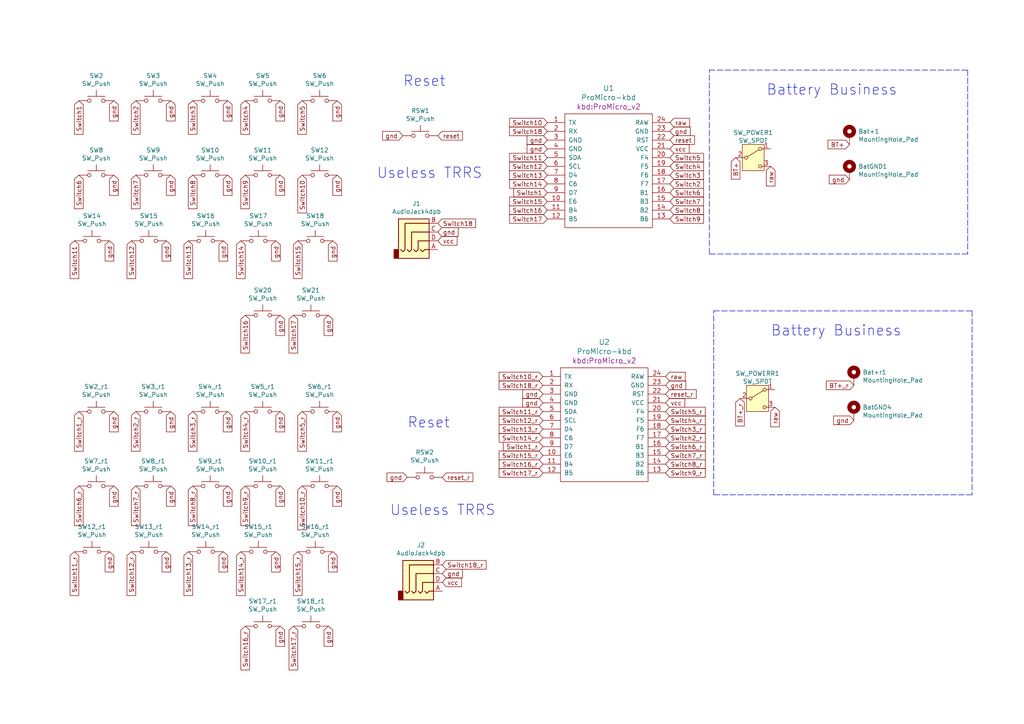
<source format=kicad_sch>
(kicad_sch (version 20250114) (generator "eeschema") (generator_version "9.0")
  (paper "A4")
  (title_block (title "Sweep V2") (date "2021-03-10") (rev "0.1") (company "broomlabs"))
  (lib_symbols
    (symbol "Mechanical:MountingHole_Pad" (pin_numbers (hide yes)) (pin_names (offset 1.016) (hide yes)) (in_bom no)
      (property "Reference" "H" (at 0 6.35 0))
      (property "Value" "MountingHole_Pad" (at 0 4.445 0))
      (symbol "MountingHole_Pad_0_1"
        (circle (center 0 1.27) (radius 1.27) (stroke (width 1.27)))
      )
      (symbol "MountingHole_Pad_1_1"
        (pin input line (at 0 -2.54 90) (length 2.54) (name "1") (number "1"))
      )
    )
    (symbol "Switch:SW_Push" (pin_numbers (hide yes)) (pin_names (offset 1.016) (hide yes))
      (property "Reference" "SW" (at 1.27 2.54 0))
      (property "Value" "SW_Push" (at 0 -1.524 0))
      (symbol "SW_Push_0_1"
        (circle (center -2.032 0) (radius 0.508))
        (polyline (pts (xy 0 1.27) (xy 0 3.048)))
        (circle (center 2.032 0) (radius 0.508))
        (polyline (pts (xy 2.54 1.27) (xy -2.54 1.27)))
        (pin passive line (at -5.08 0 0) (length 2.54) (name "1") (number "1"))
        (pin passive line (at 5.08 0 180) (length 2.54) (name "2") (number "2"))
      )
    )
    (symbol "Switch:SW_SPDT" (pin_names (offset 0) (hide yes))
      (property "Reference" "SW" (at 0 5.08 0))
      (property "Value" "SW_SPDT" (at 0 -5.08 0))
      (symbol "SW_SPDT_0_1"
        (circle (center -2.032 0) (radius 0.4572))
        (polyline (pts (xy -1.651 0.254) (xy 1.651 2.286)))
        (circle (center 2.032 2.54) (radius 0.4572))
        (circle (center 2.032 -2.54) (radius 0.4572))
      )
      (symbol "SW_SPDT_1_1"
        (rectangle (start -3.175 3.81) (end 3.175 -3.81) (fill (type background)))
        (pin passive line (at -5.08 0 0) (length 2.54) (name "B") (number "2"))
        (pin passive line (at 5.08 2.54 180) (length 2.54) (name "A") (number "1"))
        (pin passive line (at 5.08 -2.54 180) (length 2.54) (name "C") (number "3"))
      )
    )
    (symbol "sweepv2-rescue:ProMicro-kbd-bigblackpill-34key-rescue" (pin_names (offset 1.016))
      (property "Reference" "U" (at 0 24.13 0))
      (property "Value" "sweepv2-rescue_ProMicro-kbd-bigblackpill-34key-rescue" (at 0 -13.97 0))
      (symbol "ProMicro-kbd-bigblackpill-34key-rescue_0_1"
        (rectangle (start -12.7 21.59) (end 12.7 -11.43))
      )
      (symbol "ProMicro-kbd-bigblackpill-34key-rescue_1_1"
        (pin bidirectional line (at -17.78 19.05 0) (length 5.08) (name "TX") (number "1"))
        (pin bidirectional line (at -17.78 16.51 0) (length 5.08) (name "RX") (number "2"))
        (pin power_in line (at -17.78 13.97 0) (length 5.08) (name "GND") (number "3"))
        (pin power_in line (at -17.78 11.43 0) (length 5.08) (name "GND") (number "4"))
        (pin bidirectional line (at -17.78 8.89 0) (length 5.08) (name "SDA") (number "5"))
        (pin bidirectional line (at -17.78 6.35 0) (length 5.08) (name "SCL") (number "6"))
        (pin bidirectional line (at -17.78 3.81 0) (length 5.08) (name "D4") (number "7"))
        (pin bidirectional line (at -17.78 1.27 0) (length 5.08) (name "C6") (number "8"))
        (pin bidirectional line (at -17.78 -1.27 0) (length 5.08) (name "D7") (number "9"))
        (pin bidirectional line (at -17.78 -3.81 0) (length 5.08) (name "E6") (number "10"))
        (pin bidirectional line (at -17.78 -6.35 0) (length 5.08) (name "B4") (number "11"))
        (pin bidirectional line (at -17.78 -8.89 0) (length 5.08) (name "B5") (number "12"))
        (pin power_out line (at 17.78 19.05 180) (length 5.08) (name "RAW") (number "24"))
        (pin power_in line (at 17.78 16.51 180) (length 5.08) (name "GND") (number "23"))
        (pin input line (at 17.78 13.97 180) (length 5.08) (name "RST") (number "22"))
        (pin power_in line (at 17.78 11.43 180) (length 5.08) (name "VCC") (number "21"))
        (pin bidirectional line (at 17.78 8.89 180) (length 5.08) (name "F4") (number "20"))
        (pin bidirectional line (at 17.78 6.35 180) (length 5.08) (name "F5") (number "19"))
        (pin bidirectional line (at 17.78 3.81 180) (length 5.08) (name "F6") (number "18"))
        (pin bidirectional line (at 17.78 1.27 180) (length 5.08) (name "F7") (number "17"))
        (pin bidirectional line (at 17.78 -1.27 180) (length 5.08) (name "B1") (number "16"))
        (pin bidirectional line (at 17.78 -3.81 180) (length 5.08) (name "B3") (number "15"))
        (pin bidirectional line (at 17.78 -6.35 180) (length 5.08) (name "B2") (number "14"))
        (pin bidirectional line (at 17.78 -8.89 180) (length 5.08) (name "B6") (number "13"))
      )
    )
    (symbol "tokas_bp:AudioJack4dpb"
      (property "Reference" "J" (at 0 8.89 0))
      (property "Value" "tokas_bp_AudioJack4dpb" (at 0 6.35 0))
      (symbol "AudioJack4dpb_0_1"
        (rectangle (start -6.35 -5.08) (end -7.62 -7.62) (stroke (width 0.254)) (fill (type outline)))
        (polyline (pts (xy -5.715 -5.08) (xy -5.08 -5.715) (xy -4.445 -5.08) (xy -4.445 2.54) (xy 2.54 2.54)) (stroke (width 0.254)))
        (polyline (pts (xy -1.905 -5.08) (xy -1.27 -5.715) (xy -0.635 -5.08) (xy -0.635 -2.54) (xy 2.54 -2.54)) (stroke (width 0.254)))
        (polyline (pts (xy 0 -5.08) (xy 0.635 -5.715) (xy 1.27 -5.08) (xy 2.54 -5.08)) (stroke (width 0.254)))
        (rectangle (start 2.54 3.81) (end -6.35 -7.62) (stroke (width 0.254)) (fill (type background)))
        (polyline (pts (xy 2.54 0) (xy -2.54 0) (xy -2.54 -5.08) (xy -3.175 -5.715) (xy -3.81 -5.08)) (stroke (width 0.254)))
      )
      (symbol "AudioJack4dpb_1_1"
        (pin passive line (at 5.08 2.54 180) (length 2.54) (name "~") (number "B"))
        (pin passive line (at 5.08 0 180) (length 2.54) (name "~") (number "C"))
        (pin passive line (at 5.08 -2.54 180) (length 2.54) (name "~") (number "D"))
        (pin passive line (at 5.08 -5.08 180) (length 2.54) (name "~") (number "A"))
      )
    )
  )
  (text "Useless TRRS\n" (at 113.03 149.86 0) (effects (font (size 2.9972 2.9972)) (justify left bottom)))
  (text "Reset" (at 116.84 25.4 0) (effects (font (size 2.9972 2.9972)) (justify left bottom)))
  (text "Battery Business" (at 223.52 97.79 0) (effects (font (size 2.9972 2.9972)) (justify left bottom)))
  (text "Reset" (at 118.11 124.46 0) (effects (font (size 2.9972 2.9972)) (justify left bottom)))
  (text "Battery Business" (at 222.25 27.94 0) (effects (font (size 2.9972 2.9972)) (justify left bottom)))
  (text "Useless TRRS\n" (at 109.22 52.07 0) (effects (font (size 2.9972 2.9972)) (justify left bottom)))
  (polyline (pts (xy 280.67 20.32) (xy 280.67 73.66)) (stroke (width 0) (type dash)))
  (polyline (pts (xy 281.94 143.51) (xy 207.01 143.51)) (stroke (width 0) (type dash)))
  (polyline (pts (xy 205.74 20.32) (xy 280.67 20.32)) (stroke (width 0) (type dash)))
  (polyline (pts (xy 281.94 90.17) (xy 281.94 143.51)) (stroke (width 0) (type dash)))
  (polyline (pts (xy 207.01 90.17) (xy 281.94 90.17)) (stroke (width 0) (type dash)))
  (polyline (pts (xy 280.67 73.66) (xy 205.74 73.66)) (stroke (width 0) (type dash)))
  (polyline (pts (xy 205.74 73.66) (xy 205.74 20.32)) (stroke (width 0) (type dash)))
  (polyline (pts (xy 207.01 143.51) (xy 207.01 90.17)) (stroke (width 0) (type dash)))
  (global_label "Switch2_r" (shape input) (at 193.04 127 0) (property "Intersheetrefs" "${INTERSHEET_REFS}" (effects (hide yes))))
  (global_label "gnd" (shape input) (at 158.75 43.18 180) (property "Intersheetrefs" "${INTERSHEET_REFS}" (effects (hide yes))))
  (global_label "Switch14" (shape input) (at 158.75 53.34 180) (property "Intersheetrefs" "${INTERSHEET_REFS}" (effects (hide yes))))
  (global_label "gnd" (shape input) (at 66.04 119.38 270) (property "Intersheetrefs" "${INTERSHEET_REFS}" (effects (hide yes))))
  (global_label "gnd" (shape input) (at 194.31 38.1 0) (property "Intersheetrefs" "${INTERSHEET_REFS}" (effects (hide yes))))
  (global_label "Switch6_r" (shape input) (at 193.04 129.54 0) (property "Intersheetrefs" "${INTERSHEET_REFS}" (effects (hide yes))))
  (global_label "Switch1_r" (shape input) (at 22.86 119.38 270) (property "Intersheetrefs" "${INTERSHEET_REFS}" (effects (hide yes))))
  (global_label "Switch13_r" (shape input) (at 157.48 124.46 180) (property "Intersheetrefs" "${INTERSHEET_REFS}" (effects (hide yes))))
  (global_label "gnd" (shape input) (at 80.01 160.02 270) (property "Intersheetrefs" "${INTERSHEET_REFS}" (effects (hide yes))))
  (global_label "Switch12_r" (shape input) (at 38.1 160.02 270) (property "Intersheetrefs" "${INTERSHEET_REFS}" (effects (hide yes))))
  (global_label "Switch13_r" (shape input) (at 54.61 160.02 270) (property "Intersheetrefs" "${INTERSHEET_REFS}" (effects (hide yes))))
  (global_label "Switch15_r" (shape input) (at 86.36 160.02 270) (property "Intersheetrefs" "${INTERSHEET_REFS}" (effects (hide yes))))
  (global_label "gnd" (shape input) (at 64.77 160.02 270) (property "Intersheetrefs" "${INTERSHEET_REFS}" (effects (hide yes))))
  (global_label "gnd" (shape input) (at 118.11 138.43 180) (property "Intersheetrefs" "${INTERSHEET_REFS}" (effects (hide yes))))
  (global_label "BT+_r" (shape input) (at 247.65 111.76 180) (property "Intersheetrefs" "${INTERSHEET_REFS}" (effects (hide yes))))
  (global_label "Switch10_r" (shape input) (at 87.63 140.97 270) (property "Intersheetrefs" "${INTERSHEET_REFS}" (effects (hide yes))))
  (global_label "Switch8" (shape input) (at 55.88 50.8 270) (property "Intersheetrefs" "${INTERSHEET_REFS}" (effects (hide yes))))
  (global_label "Switch12" (shape input) (at 38.1 69.85 270) (property "Intersheetrefs" "${INTERSHEET_REFS}" (effects (hide yes))))
  (global_label "gnd" (shape input) (at 128.27 166.37 0) (property "Intersheetrefs" "${INTERSHEET_REFS}" (effects (hide yes))))
  (global_label "Switch7_r" (shape input) (at 193.04 132.08 0) (property "Intersheetrefs" "${INTERSHEET_REFS}" (effects (hide yes))))
  (global_label "Switch17" (shape input) (at 85.09 91.44 270) (property "Intersheetrefs" "${INTERSHEET_REFS}" (effects (hide yes))))
  (global_label "Switch7_r" (shape input) (at 39.37 140.97 270) (property "Intersheetrefs" "${INTERSHEET_REFS}" (effects (hide yes))))
  (global_label "gnd" (shape input) (at 33.02 50.8 270) (property "Intersheetrefs" "${INTERSHEET_REFS}" (effects (hide yes))))
  (global_label "Switch16" (shape input) (at 158.75 60.96 180) (property "Intersheetrefs" "${INTERSHEET_REFS}" (effects (hide yes))))
  (global_label "Switch18_r" (shape input) (at 157.48 111.76 180) (property "Intersheetrefs" "${INTERSHEET_REFS}" (effects (hide yes))))
  (global_label "Switch12" (shape input) (at 158.75 48.26 180) (property "Intersheetrefs" "${INTERSHEET_REFS}" (effects (hide yes))))
  (global_label "Switch6_r" (shape input) (at 22.86 140.97 270) (property "Intersheetrefs" "${INTERSHEET_REFS}" (effects (hide yes))))
  (global_label "Switch9" (shape input) (at 71.12 50.8 270) (property "Intersheetrefs" "${INTERSHEET_REFS}" (effects (hide yes))))
  (global_label "gnd" (shape input) (at 116.84 39.37 180) (property "Intersheetrefs" "${INTERSHEET_REFS}" (effects (hide yes))))
  (global_label "Switch16_r" (shape input) (at 157.48 134.62 180) (property "Intersheetrefs" "${INTERSHEET_REFS}" (effects (hide yes))))
  (global_label "Switch8_r" (shape input) (at 193.04 134.62 0) (property "Intersheetrefs" "${INTERSHEET_REFS}" (effects (hide yes))))
  (global_label "Switch2" (shape input) (at 39.37 29.21 270) (property "Intersheetrefs" "${INTERSHEET_REFS}" (effects (hide yes))))
  (global_label "Switch17_r" (shape input) (at 85.09 181.61 270) (property "Intersheetrefs" "${INTERSHEET_REFS}" (effects (hide yes))))
  (global_label "gnd" (shape input) (at 81.28 181.61 270) (property "Intersheetrefs" "${INTERSHEET_REFS}" (effects (hide yes))))
  (global_label "gnd" (shape input) (at 33.02 140.97 270) (property "Intersheetrefs" "${INTERSHEET_REFS}" (effects (hide yes))))
  (global_label "Switch6" (shape input) (at 194.31 55.88 0) (property "Intersheetrefs" "${INTERSHEET_REFS}" (effects (hide yes))))
  (global_label "vcc" (shape input) (at 194.31 43.18 0) (property "Intersheetrefs" "${INTERSHEET_REFS}" (effects (hide yes))))
  (global_label "raw" (shape input) (at 194.31 35.56 0) (property "Intersheetrefs" "${INTERSHEET_REFS}" (effects (hide yes))))
  (global_label "Switch14_r" (shape input) (at 157.48 127 180) (property "Intersheetrefs" "${INTERSHEET_REFS}" (effects (hide yes))))
  (global_label "gnd" (shape input) (at 97.79 29.21 270) (property "Intersheetrefs" "${INTERSHEET_REFS}" (effects (hide yes))))
  (global_label "gnd" (shape input) (at 96.52 69.85 270) (property "Intersheetrefs" "${INTERSHEET_REFS}" (effects (hide yes))))
  (global_label "gnd" (shape input) (at 246.38 52.07 180) (property "Intersheetrefs" "${INTERSHEET_REFS}" (effects (hide yes))))
  (global_label "raw" (shape input) (at 223.52 48.26 270) (property "Intersheetrefs" "${INTERSHEET_REFS}" (effects (hide yes))))
  (global_label "gnd" (shape input) (at 81.28 50.8 270) (property "Intersheetrefs" "${INTERSHEET_REFS}" (effects (hide yes))))
  (global_label "Switch7" (shape input) (at 39.37 50.8 270) (property "Intersheetrefs" "${INTERSHEET_REFS}" (effects (hide yes))))
  (global_label "Switch5_r" (shape input) (at 87.63 119.38 270) (property "Intersheetrefs" "${INTERSHEET_REFS}" (effects (hide yes))))
  (global_label "gnd" (shape input) (at 81.28 119.38 270) (property "Intersheetrefs" "${INTERSHEET_REFS}" (effects (hide yes))))
  (global_label "Switch4_r" (shape input) (at 71.12 119.38 270) (property "Intersheetrefs" "${INTERSHEET_REFS}" (effects (hide yes))))
  (global_label "vcc" (shape input) (at 193.04 116.84 0) (property "Intersheetrefs" "${INTERSHEET_REFS}" (effects (hide yes))))
  (global_label "Switch4_r" (shape input) (at 193.04 121.92 0) (property "Intersheetrefs" "${INTERSHEET_REFS}" (effects (hide yes))))
  (global_label "reset_r" (shape input) (at 193.04 114.3 0) (property "Intersheetrefs" "${INTERSHEET_REFS}" (effects (hide yes))))
  (global_label "Switch2" (shape input) (at 194.31 53.34 0) (property "Intersheetrefs" "${INTERSHEET_REFS}" (effects (hide yes))))
  (global_label "gnd" (shape input) (at 49.53 119.38 270) (property "Intersheetrefs" "${INTERSHEET_REFS}" (effects (hide yes))))
  (global_label "Switch15" (shape input) (at 86.36 69.85 270) (property "Intersheetrefs" "${INTERSHEET_REFS}" (effects (hide yes))))
  (global_label "Switch5_r" (shape input) (at 193.04 119.38 0) (property "Intersheetrefs" "${INTERSHEET_REFS}" (effects (hide yes))))
  (global_label "BT+" (shape input) (at 246.38 41.91 180) (property "Intersheetrefs" "${INTERSHEET_REFS}" (effects (hide yes))))
  (global_label "Switch13" (shape input) (at 54.61 69.85 270) (property "Intersheetrefs" "${INTERSHEET_REFS}" (effects (hide yes))))
  (global_label "Switch11_r" (shape input) (at 157.48 119.38 180) (property "Intersheetrefs" "${INTERSHEET_REFS}" (effects (hide yes))))
  (global_label "Switch18_r" (shape input) (at 128.27 163.83 0) (property "Intersheetrefs" "${INTERSHEET_REFS}" (effects (hide yes))))
  (global_label "gnd" (shape input) (at 157.48 114.3 180) (property "Intersheetrefs" "${INTERSHEET_REFS}" (effects (hide yes))))
  (global_label "gnd" (shape input) (at 33.02 119.38 270) (property "Intersheetrefs" "${INTERSHEET_REFS}" (effects (hide yes))))
  (global_label "Switch9_r" (shape input) (at 193.04 137.16 0) (property "Intersheetrefs" "${INTERSHEET_REFS}" (effects (hide yes))))
  (global_label "gnd" (shape input) (at 64.77 69.85 270) (property "Intersheetrefs" "${INTERSHEET_REFS}" (effects (hide yes))))
  (global_label "gnd" (shape input) (at 127 67.31 0) (property "Intersheetrefs" "${INTERSHEET_REFS}" (effects (hide yes))))
  (global_label "gnd" (shape input) (at 49.53 50.8 270) (property "Intersheetrefs" "${INTERSHEET_REFS}" (effects (hide yes))))
  (global_label "gnd" (shape input) (at 31.75 69.85 270) (property "Intersheetrefs" "${INTERSHEET_REFS}" (effects (hide yes))))
  (global_label "Switch14_r" (shape input) (at 69.85 160.02 270) (property "Intersheetrefs" "${INTERSHEET_REFS}" (effects (hide yes))))
  (global_label "raw" (shape input) (at 193.04 109.22 0) (property "Intersheetrefs" "${INTERSHEET_REFS}" (effects (hide yes))))
  (global_label "Switch7" (shape input) (at 194.31 58.42 0) (property "Intersheetrefs" "${INTERSHEET_REFS}" (effects (hide yes))))
  (global_label "Switch16_r" (shape input) (at 71.12 181.61 270) (property "Intersheetrefs" "${INTERSHEET_REFS}" (effects (hide yes))))
  (global_label "reset" (shape input) (at 127 39.37 0) (property "Intersheetrefs" "${INTERSHEET_REFS}" (effects (hide yes))))
  (global_label "Switch10_r" (shape input) (at 157.48 109.22 180) (property "Intersheetrefs" "${INTERSHEET_REFS}" (effects (hide yes))))
  (global_label "Switch14" (shape input) (at 69.85 69.85 270) (property "Intersheetrefs" "${INTERSHEET_REFS}" (effects (hide yes))))
  (global_label "Switch13" (shape input) (at 158.75 50.8 180) (property "Intersheetrefs" "${INTERSHEET_REFS}" (effects (hide yes))))
  (global_label "Switch1_r" (shape input) (at 157.48 129.54 180) (property "Intersheetrefs" "${INTERSHEET_REFS}" (effects (hide yes))))
  (global_label "gnd" (shape input) (at 97.79 140.97 270) (property "Intersheetrefs" "${INTERSHEET_REFS}" (effects (hide yes))))
  (global_label "BT+_r" (shape input) (at 214.63 115.57 270) (property "Intersheetrefs" "${INTERSHEET_REFS}" (effects (hide yes))))
  (global_label "gnd" (shape input) (at 80.01 69.85 270) (property "Intersheetrefs" "${INTERSHEET_REFS}" (effects (hide yes))))
  (global_label "Switch11" (shape input) (at 21.59 69.85 270) (property "Intersheetrefs" "${INTERSHEET_REFS}" (effects (hide yes))))
  (global_label "gnd" (shape input) (at 49.53 29.21 270) (property "Intersheetrefs" "${INTERSHEET_REFS}" (effects (hide yes))))
  (global_label "gnd" (shape input) (at 33.02 29.21 270) (property "Intersheetrefs" "${INTERSHEET_REFS}" (effects (hide yes))))
  (global_label "gnd" (shape input) (at 158.75 40.64 180) (property "Intersheetrefs" "${INTERSHEET_REFS}" (effects (hide yes))))
  (global_label "gnd" (shape input) (at 49.53 140.97 270) (property "Intersheetrefs" "${INTERSHEET_REFS}" (effects (hide yes))))
  (global_label "Switch8_r" (shape input) (at 55.88 140.97 270) (property "Intersheetrefs" "${INTERSHEET_REFS}" (effects (hide yes))))
  (global_label "Switch6" (shape input) (at 22.86 50.8 270) (property "Intersheetrefs" "${INTERSHEET_REFS}" (effects (hide yes))))
  (global_label "Switch15" (shape input) (at 158.75 58.42 180) (property "Intersheetrefs" "${INTERSHEET_REFS}" (effects (hide yes))))
  (global_label "gnd" (shape input) (at 193.04 111.76 0) (property "Intersheetrefs" "${INTERSHEET_REFS}" (effects (hide yes))))
  (global_label "reset_r" (shape input) (at 128.27 138.43 0) (property "Intersheetrefs" "${INTERSHEET_REFS}" (effects (hide yes))))
  (global_label "gnd" (shape input) (at 81.28 91.44 270) (property "Intersheetrefs" "${INTERSHEET_REFS}" (effects (hide yes))))
  (global_label "Switch16" (shape input) (at 71.12 91.44 270) (property "Intersheetrefs" "${INTERSHEET_REFS}" (effects (hide yes))))
  (global_label "BT+" (shape input) (at 213.36 45.72 270) (property "Intersheetrefs" "${INTERSHEET_REFS}" (effects (hide yes))))
  (global_label "Switch18" (shape input) (at 158.75 38.1 180) (property "Intersheetrefs" "${INTERSHEET_REFS}" (effects (hide yes))))
  (global_label "vcc" (shape input) (at 128.27 168.91 0) (property "Intersheetrefs" "${INTERSHEET_REFS}" (effects (hide yes))))
  (global_label "Switch12_r" (shape input) (at 157.48 121.92 180) (property "Intersheetrefs" "${INTERSHEET_REFS}" (effects (hide yes))))
  (global_label "Switch5" (shape input) (at 194.31 45.72 0) (property "Intersheetrefs" "${INTERSHEET_REFS}" (effects (hide yes))))
  (global_label "Switch3_r" (shape input) (at 55.88 119.38 270) (property "Intersheetrefs" "${INTERSHEET_REFS}" (effects (hide yes))))
  (global_label "gnd" (shape input) (at 66.04 140.97 270) (property "Intersheetrefs" "${INTERSHEET_REFS}" (effects (hide yes))))
  (global_label "Switch15_r" (shape input) (at 157.48 132.08 180) (property "Intersheetrefs" "${INTERSHEET_REFS}" (effects (hide yes))))
  (global_label "Switch10" (shape input) (at 158.75 35.56 180) (property "Intersheetrefs" "${INTERSHEET_REFS}" (effects (hide yes))))
  (global_label "Switch4" (shape input) (at 194.31 48.26 0) (property "Intersheetrefs" "${INTERSHEET_REFS}" (effects (hide yes))))
  (global_label "Switch5" (shape input) (at 87.63 29.21 270) (property "Intersheetrefs" "${INTERSHEET_REFS}" (effects (hide yes))))
  (global_label "gnd" (shape input) (at 96.52 160.02 270) (property "Intersheetrefs" "${INTERSHEET_REFS}" (effects (hide yes))))
  (global_label "gnd" (shape input) (at 66.04 29.21 270) (property "Intersheetrefs" "${INTERSHEET_REFS}" (effects (hide yes))))
  (global_label "Switch17_r" (shape input) (at 157.48 137.16 180) (property "Intersheetrefs" "${INTERSHEET_REFS}" (effects (hide yes))))
  (global_label "gnd" (shape input) (at 48.26 160.02 270) (property "Intersheetrefs" "${INTERSHEET_REFS}" (effects (hide yes))))
  (global_label "gnd" (shape input) (at 81.28 140.97 270) (property "Intersheetrefs" "${INTERSHEET_REFS}" (effects (hide yes))))
  (global_label "Switch3" (shape input) (at 55.88 29.21 270) (property "Intersheetrefs" "${INTERSHEET_REFS}" (effects (hide yes))))
  (global_label "Switch10" (shape input) (at 87.63 50.8 270) (property "Intersheetrefs" "${INTERSHEET_REFS}" (effects (hide yes))))
  (global_label "Switch9" (shape input) (at 194.31 63.5 0) (property "Intersheetrefs" "${INTERSHEET_REFS}" (effects (hide yes))))
  (global_label "gnd" (shape input) (at 97.79 119.38 270) (property "Intersheetrefs" "${INTERSHEET_REFS}" (effects (hide yes))))
  (global_label "Switch9_r" (shape input) (at 71.12 140.97 270) (property "Intersheetrefs" "${INTERSHEET_REFS}" (effects (hide yes))))
  (global_label "gnd" (shape input) (at 247.65 121.92 180) (property "Intersheetrefs" "${INTERSHEET_REFS}" (effects (hide yes))))
  (global_label "Switch18" (shape input) (at 127 64.77 0) (property "Intersheetrefs" "${INTERSHEET_REFS}" (effects (hide yes))))
  (global_label "raw" (shape input) (at 224.79 118.11 270) (property "Intersheetrefs" "${INTERSHEET_REFS}" (effects (hide yes))))
  (global_label "Switch11_r" (shape input) (at 21.59 160.02 270) (property "Intersheetrefs" "${INTERSHEET_REFS}" (effects (hide yes))))
  (global_label "Switch4" (shape input) (at 71.12 29.21 270) (property "Intersheetrefs" "${INTERSHEET_REFS}" (effects (hide yes))))
  (global_label "gnd" (shape input) (at 95.25 91.44 270) (property "Intersheetrefs" "${INTERSHEET_REFS}" (effects (hide yes))))
  (global_label "Switch11" (shape input) (at 158.75 45.72 180) (property "Intersheetrefs" "${INTERSHEET_REFS}" (effects (hide yes))))
  (global_label "Switch1" (shape input) (at 22.86 29.21 270) (property "Intersheetrefs" "${INTERSHEET_REFS}" (effects (hide yes))))
  (global_label "gnd" (shape input) (at 97.79 50.8 270) (property "Intersheetrefs" "${INTERSHEET_REFS}" (effects (hide yes))))
  (global_label "gnd" (shape input) (at 81.28 29.21 270) (property "Intersheetrefs" "${INTERSHEET_REFS}" (effects (hide yes))))
  (global_label "Switch1" (shape input) (at 158.75 55.88 180) (property "Intersheetrefs" "${INTERSHEET_REFS}" (effects (hide yes))))
  (global_label "gnd" (shape input) (at 157.48 116.84 180) (property "Intersheetrefs" "${INTERSHEET_REFS}" (effects (hide yes))))
  (global_label "gnd" (shape input) (at 31.75 160.02 270) (property "Intersheetrefs" "${INTERSHEET_REFS}" (effects (hide yes))))
  (global_label "gnd" (shape input) (at 48.26 69.85 270) (property "Intersheetrefs" "${INTERSHEET_REFS}" (effects (hide yes))))
  (global_label "Switch3_r" (shape input) (at 193.04 124.46 0) (property "Intersheetrefs" "${INTERSHEET_REFS}" (effects (hide yes))))
  (global_label "Switch17" (shape input) (at 158.75 63.5 180) (property "Intersheetrefs" "${INTERSHEET_REFS}" (effects (hide yes))))
  (global_label "Switch8" (shape input) (at 194.31 60.96 0) (property "Intersheetrefs" "${INTERSHEET_REFS}" (effects (hide yes))))
  (global_label "gnd" (shape input) (at 95.25 181.61 270) (property "Intersheetrefs" "${INTERSHEET_REFS}" (effects (hide yes))))
  (global_label "reset" (shape input) (at 194.31 40.64 0) (property "Intersheetrefs" "${INTERSHEET_REFS}" (effects (hide yes))))
  (global_label "Switch2_r" (shape input) (at 39.37 119.38 270) (property "Intersheetrefs" "${INTERSHEET_REFS}" (effects (hide yes))))
  (global_label "vcc" (shape input) (at 127 69.85 0) (property "Intersheetrefs" "${INTERSHEET_REFS}" (effects (hide yes))))
  (global_label "gnd" (shape input) (at 66.04 50.8 270) (property "Intersheetrefs" "${INTERSHEET_REFS}" (effects (hide yes))))
  (global_label "Switch3" (shape input) (at 194.31 50.8 0) (property "Intersheetrefs" "${INTERSHEET_REFS}" (effects (hide yes))))
  (symbol (lib_id "Mechanical:MountingHole_Pad") (at 246.38 39.37 0) (unit 1)
    (property "Reference" "Bat+1" (at 248.92 38.1254 0) (effects (justify left)))
    (property "Value" "MountingHole_Pad" (at 248.92 40.4368 0) (effects (justify left)))
    (property "Footprint" "kbd:1pin_conn" (effects (hide yes)))
  )
  (symbol (lib_id "Mechanical:MountingHole_Pad") (at 246.38 49.53 0) (unit 1)
    (property "Reference" "BatGND1" (at 248.92 48.2854 0) (effects (justify left)))
    (property "Value" "MountingHole_Pad" (at 248.92 50.5968 0) (effects (justify left)))
    (property "Footprint" "kbd:1pin_conn" (effects (hide yes)))
  )
  (symbol (lib_id "sweepv2-rescue:ProMicro-kbd-bigblackpill-34key-rescue") (at 176.53 54.61 0) (unit 1)
    (property "Reference" "U1" (at 176.53 25.5778 0) (effects (font (size 1.524 1.524))))
    (property "Value" "ProMicro-kbd" (at 176.53 28.2702 0) (effects (font (size 1.524 1.524))))
    (property "Footprint" "kbd:ProMicro_v2" (at 176.53 30.9626 0) (effects (font (size 1.524 1.524))))
  )
  (symbol (lib_id "Switch:SW_Push") (at 27.94 29.21 0) (unit 1)
    (property "Reference" "SW2" (at 27.94 21.971 0))
    (property "Value" "SW_Push" (at 27.94 24.2824 0))
    (property "Footprint" "Kailh:SW_PG1350_rev_DPB" (effects (hide yes)))
  )
  (symbol (lib_id "Switch:SW_Push") (at 44.45 29.21 0) (unit 1)
    (property "Reference" "SW3" (at 44.45 21.971 0))
    (property "Value" "SW_Push" (at 44.45 24.2824 0))
    (property "Footprint" "Kailh:SW_PG1350_rev_DPB" (effects (hide yes)))
  )
  (symbol (lib_id "Switch:SW_Push") (at 60.96 29.21 0) (unit 1)
    (property "Reference" "SW4" (at 60.96 21.971 0))
    (property "Value" "SW_Push" (at 60.96 24.2824 0))
    (property "Footprint" "Kailh:SW_PG1350_rev_DPB" (effects (hide yes)))
  )
  (symbol (lib_id "Switch:SW_Push") (at 76.2 29.21 0) (unit 1)
    (property "Reference" "SW5" (at 76.2 21.971 0))
    (property "Value" "SW_Push" (at 76.2 24.2824 0))
    (property "Footprint" "Kailh:SW_PG1350_rev_DPB" (effects (hide yes)))
  )
  (symbol (lib_id "Switch:SW_Push") (at 92.71 29.21 0) (unit 1)
    (property "Reference" "SW6" (at 92.71 21.971 0))
    (property "Value" "SW_Push" (at 92.71 24.2824 0))
    (property "Footprint" "Kailh:SW_PG1350_rev_DPB" (effects (hide yes)))
  )
  (symbol (lib_id "Switch:SW_Push") (at 76.2 91.44 0) (unit 1)
    (property "Reference" "SW20" (at 76.2 84.201 0))
    (property "Value" "SW_Push" (at 76.2 86.5124 0))
    (property "Footprint" "Kailh:SW_PG1350_rev_DPB" (effects (hide yes)))
  )
  (symbol (lib_id "Switch:SW_Push") (at 90.17 91.44 0) (unit 1)
    (property "Reference" "SW21" (at 90.17 84.201 0))
    (property "Value" "SW_Push" (at 90.17 86.5124 0))
    (property "Footprint" "Kailh:SW_PG1350_rev_DPB" (effects (hide yes)))
  )
  (symbol (lib_id "Switch:SW_Push") (at 27.94 50.8 0) (unit 1)
    (property "Reference" "SW8" (at 27.94 43.561 0))
    (property "Value" "SW_Push" (at 27.94 45.8724 0))
    (property "Footprint" "Kailh:SW_PG1350_rev_DPB" (effects (hide yes)))
  )
  (symbol (lib_id "Switch:SW_Push") (at 44.45 50.8 0) (unit 1)
    (property "Reference" "SW9" (at 44.45 43.561 0))
    (property "Value" "SW_Push" (at 44.45 45.8724 0))
    (property "Footprint" "Kailh:SW_PG1350_rev_DPB" (effects (hide yes)))
  )
  (symbol (lib_id "Switch:SW_Push") (at 60.96 50.8 0) (unit 1)
    (property "Reference" "SW10" (at 60.96 43.561 0))
    (property "Value" "SW_Push" (at 60.96 45.8724 0))
    (property "Footprint" "Kailh:SW_PG1350_rev_DPB" (effects (hide yes)))
  )
  (symbol (lib_id "Switch:SW_Push") (at 76.2 50.8 0) (unit 1)
    (property "Reference" "SW11" (at 76.2 43.561 0))
    (property "Value" "SW_Push" (at 76.2 45.8724 0))
    (property "Footprint" "Kailh:SW_PG1350_rev_DPB" (effects (hide yes)))
  )
  (symbol (lib_id "Switch:SW_Push") (at 92.71 50.8 0) (unit 1)
    (property "Reference" "SW12" (at 92.71 43.561 0))
    (property "Value" "SW_Push" (at 92.71 45.8724 0))
    (property "Footprint" "Kailh:SW_PG1350_rev_DPB" (effects (hide yes)))
  )
  (symbol (lib_id "Switch:SW_Push") (at 26.67 69.85 0) (unit 1)
    (property "Reference" "SW14" (at 26.67 62.611 0))
    (property "Value" "SW_Push" (at 26.67 64.9224 0))
    (property "Footprint" "Kailh:SW_PG1350_rev_DPB" (effects (hide yes)))
  )
  (symbol (lib_id "Switch:SW_Push") (at 43.18 69.85 0) (unit 1)
    (property "Reference" "SW15" (at 43.18 62.611 0))
    (property "Value" "SW_Push" (at 43.18 64.9224 0))
    (property "Footprint" "Kailh:SW_PG1350_rev_DPB" (effects (hide yes)))
  )
  (symbol (lib_id "Switch:SW_Push") (at 59.69 69.85 0) (unit 1)
    (property "Reference" "SW16" (at 59.69 62.611 0))
    (property "Value" "SW_Push" (at 59.69 64.9224 0))
    (property "Footprint" "Kailh:SW_PG1350_rev_DPB" (effects (hide yes)))
  )
  (symbol (lib_id "Switch:SW_Push") (at 74.93 69.85 0) (unit 1)
    (property "Reference" "SW17" (at 74.93 62.611 0))
    (property "Value" "SW_Push" (at 74.93 64.9224 0))
    (property "Footprint" "Kailh:SW_PG1350_rev_DPB" (effects (hide yes)))
  )
  (symbol (lib_id "Switch:SW_Push") (at 91.44 69.85 0) (unit 1)
    (property "Reference" "SW18" (at 91.44 62.611 0))
    (property "Value" "SW_Push" (at 91.44 64.9224 0))
    (property "Footprint" "Kailh:SW_PG1350_rev_DPB" (effects (hide yes)))
  )
  (symbol (lib_id "Switch:SW_Push") (at 121.92 39.37 0) (unit 1)
    (property "Reference" "RSW1" (at 121.92 32.131 0))
    (property "Value" "SW_Push" (at 121.92 34.4424 0))
    (property "Footprint" "kbd:ResetSW" (effects (hide yes)))
  )
  (symbol (lib_id "Switch:SW_SPDT") (at 218.44 45.72 0) (unit 1)
    (property "Reference" "SW_POWER1" (at 218.44 38.481 0))
    (property "Value" "SW_SPDT" (at 218.44 40.7924 0))
    (property "Footprint" "Kailh:SPDT_C128955" (effects (hide yes)))
  )
  (symbol (lib_id "tokas_bp:AudioJack4dpb") (at 121.92 67.31 0) (unit 1)
    (property "Reference" "J1" (at 120.8278 59.055 0))
    (property "Value" "AudioJack4dpb" (at 120.8278 61.3664 0))
    (property "Footprint" "kbd:MJ-4PP-9" (effects (hide yes)))
  )
  (symbol (lib_id "Switch:SW_Push") (at 27.94 119.38 0) (unit 1)
    (property "Reference" "SW2_r1" (at 27.94 112.141 0))
    (property "Value" "SW_Push" (at 27.94 114.4524 0))
    (property "Footprint" "Kailh:SW_PG1350_rev_DPB" (effects (hide yes)))
  )
  (symbol (lib_id "Switch:SW_Push") (at 44.45 119.38 0) (unit 1)
    (property "Reference" "SW3_r1" (at 44.45 112.141 0))
    (property "Value" "SW_Push" (at 44.45 114.4524 0))
    (property "Footprint" "Kailh:SW_PG1350_rev_DPB" (effects (hide yes)))
  )
  (symbol (lib_id "Switch:SW_Push") (at 60.96 119.38 0) (unit 1)
    (property "Reference" "SW4_r1" (at 60.96 112.141 0))
    (property "Value" "SW_Push" (at 60.96 114.4524 0))
    (property "Footprint" "Kailh:SW_PG1350_rev_DPB" (effects (hide yes)))
  )
  (symbol (lib_id "Switch:SW_Push") (at 76.2 119.38 0) (unit 1)
    (property "Reference" "SW5_r1" (at 76.2 112.141 0))
    (property "Value" "SW_Push" (at 76.2 114.4524 0))
    (property "Footprint" "Kailh:SW_PG1350_rev_DPB" (effects (hide yes)))
  )
  (symbol (lib_id "Switch:SW_Push") (at 92.71 119.38 0) (unit 1)
    (property "Reference" "SW6_r1" (at 92.71 112.141 0))
    (property "Value" "SW_Push" (at 92.71 114.4524 0))
    (property "Footprint" "Kailh:SW_PG1350_rev_DPB" (effects (hide yes)))
  )
  (symbol (lib_id "Switch:SW_Push") (at 76.2 181.61 0) (unit 1)
    (property "Reference" "SW17_r1" (at 76.2 174.371 0))
    (property "Value" "SW_Push" (at 76.2 176.6824 0))
    (property "Footprint" "Kailh:SW_PG1350_rev_DPB" (effects (hide yes)))
  )
  (symbol (lib_id "Switch:SW_Push") (at 90.17 181.61 0) (unit 1)
    (property "Reference" "SW18_r1" (at 90.17 174.371 0))
    (property "Value" "SW_Push" (at 90.17 176.6824 0))
    (property "Footprint" "Kailh:SW_PG1350_rev_DPB" (effects (hide yes)))
  )
  (symbol (lib_id "Switch:SW_Push") (at 27.94 140.97 0) (unit 1)
    (property "Reference" "SW7_r1" (at 27.94 133.731 0))
    (property "Value" "SW_Push" (at 27.94 136.0424 0))
    (property "Footprint" "Kailh:SW_PG1350_rev_DPB" (effects (hide yes)))
  )
  (symbol (lib_id "Switch:SW_Push") (at 44.45 140.97 0) (unit 1)
    (property "Reference" "SW8_r1" (at 44.45 133.731 0))
    (property "Value" "SW_Push" (at 44.45 136.0424 0))
    (property "Footprint" "Kailh:SW_PG1350_rev_DPB" (effects (hide yes)))
  )
  (symbol (lib_id "Switch:SW_Push") (at 60.96 140.97 0) (unit 1)
    (property "Reference" "SW9_r1" (at 60.96 133.731 0))
    (property "Value" "SW_Push" (at 60.96 136.0424 0))
    (property "Footprint" "Kailh:SW_PG1350_rev_DPB" (effects (hide yes)))
  )
  (symbol (lib_id "Switch:SW_Push") (at 76.2 140.97 0) (unit 1)
    (property "Reference" "SW10_r1" (at 76.2 133.731 0))
    (property "Value" "SW_Push" (at 76.2 136.0424 0))
    (property "Footprint" "Kailh:SW_PG1350_rev_DPB" (effects (hide yes)))
  )
  (symbol (lib_id "Switch:SW_Push") (at 92.71 140.97 0) (unit 1)
    (property "Reference" "SW11_r1" (at 92.71 133.731 0))
    (property "Value" "SW_Push" (at 92.71 136.0424 0))
    (property "Footprint" "Kailh:SW_PG1350_rev_DPB" (effects (hide yes)))
  )
  (symbol (lib_id "Switch:SW_Push") (at 26.67 160.02 0) (unit 1)
    (property "Reference" "SW12_r1" (at 26.67 152.781 0))
    (property "Value" "SW_Push" (at 26.67 155.0924 0))
    (property "Footprint" "Kailh:SW_PG1350_rev_DPB" (effects (hide yes)))
  )
  (symbol (lib_id "Switch:SW_Push") (at 43.18 160.02 0) (unit 1)
    (property "Reference" "SW13_r1" (at 43.18 152.781 0))
    (property "Value" "SW_Push" (at 43.18 155.0924 0))
    (property "Footprint" "Kailh:SW_PG1350_rev_DPB" (effects (hide yes)))
  )
  (symbol (lib_id "Switch:SW_Push") (at 59.69 160.02 0) (unit 1)
    (property "Reference" "SW14_r1" (at 59.69 152.781 0))
    (property "Value" "SW_Push" (at 59.69 155.0924 0))
    (property "Footprint" "Kailh:SW_PG1350_rev_DPB" (effects (hide yes)))
  )
  (symbol (lib_id "Switch:SW_Push") (at 74.93 160.02 0) (unit 1)
    (property "Reference" "SW15_r1" (at 74.93 152.781 0))
    (property "Value" "SW_Push" (at 74.93 155.0924 0))
    (property "Footprint" "Kailh:SW_PG1350_rev_DPB" (effects (hide yes)))
  )
  (symbol (lib_id "Switch:SW_Push") (at 91.44 160.02 0) (unit 1)
    (property "Reference" "SW16_r1" (at 91.44 152.781 0))
    (property "Value" "SW_Push" (at 91.44 155.0924 0))
    (property "Footprint" "Kailh:SW_PG1350_rev_DPB" (effects (hide yes)))
  )
  (symbol (lib_id "sweepv2-rescue:ProMicro-kbd-bigblackpill-34key-rescue") (at 175.26 128.27 0) (unit 1)
    (property "Reference" "U2" (at 175.26 99.2378 0) (effects (font (size 1.524 1.524))))
    (property "Value" "ProMicro-kbd" (at 175.26 101.9302 0) (effects (font (size 1.524 1.524))))
    (property "Footprint" "kbd:ProMicro_v2" (at 175.26 104.6226 0) (effects (font (size 1.524 1.524))))
  )
  (symbol (lib_id "Switch:SW_Push") (at 123.19 138.43 0) (unit 1)
    (property "Reference" "RSW2" (at 123.19 131.191 0))
    (property "Value" "SW_Push" (at 123.19 133.5024 0))
    (property "Footprint" "kbd:ResetSW" (effects (hide yes)))
  )
  (symbol (lib_id "tokas_bp:AudioJack4dpb") (at 123.19 166.37 0) (unit 1)
    (property "Reference" "J2" (at 122.0978 158.115 0))
    (property "Value" "AudioJack4dpb" (at 122.0978 160.4264 0))
    (property "Footprint" "kbd:MJ-4PP-9" (effects (hide yes)))
  )
  (symbol (lib_id "Switch:SW_SPDT") (at 219.71 115.57 0) (unit 1)
    (property "Reference" "SW_POWERR1" (at 219.71 108.331 0))
    (property "Value" "SW_SPDT" (at 219.71 110.6424 0))
    (property "Footprint" "Kailh:SPDT_C128955" (effects (hide yes)))
  )
  (symbol (lib_id "Mechanical:MountingHole_Pad") (at 247.65 109.22 0) (unit 1)
    (property "Reference" "Bat+r1" (at 250.19 107.9754 0) (effects (justify left)))
    (property "Value" "MountingHole_Pad" (at 250.19 110.2868 0) (effects (justify left)))
    (property "Footprint" "kbd:1pin_conn" (effects (hide yes)))
  )
  (symbol (lib_id "Mechanical:MountingHole_Pad") (at 247.65 119.38 0) (unit 1)
    (property "Reference" "BatGND4" (at 250.19 118.1354 0) (effects (justify left)))
    (property "Value" "MountingHole_Pad" (at 250.19 120.4468 0) (effects (justify left)))
    (property "Footprint" "kbd:1pin_conn" (effects (hide yes)))
  )
)
</source>
